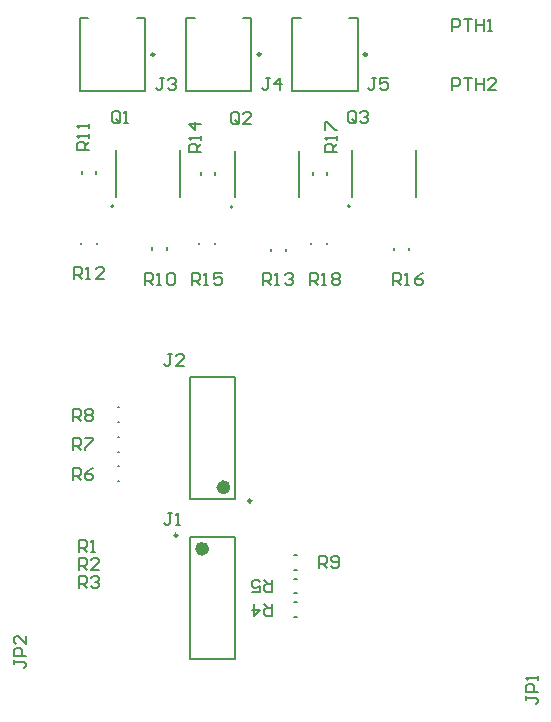
<source format=gto>
G04*
G04 #@! TF.GenerationSoftware,Altium Limited,Altium Designer,22.11.1 (43)*
G04*
G04 Layer_Color=65535*
%FSLAX44Y44*%
%MOMM*%
G71*
G04*
G04 #@! TF.SameCoordinates,6F39B8F3-CC53-4608-B2D3-CFCE14ACC53A*
G04*
G04*
G04 #@! TF.FilePolarity,Positive*
G04*
G01*
G75*
%ADD10C,0.2500*%
%ADD11C,0.6000*%
%ADD12C,0.2000*%
%ADD13C,0.1270*%
D10*
X242500Y187050D02*
G03*
X242500Y187050I-1250J0D01*
G01*
X160450Y565000D02*
G03*
X160450Y565000I-1250J0D01*
G01*
X250450D02*
G03*
X250450Y565000I-1250J0D01*
G01*
X340450D02*
G03*
X340450Y565000I-1250J0D01*
G01*
X180000Y157950D02*
G03*
X180000Y157950I-1250J0D01*
G01*
D11*
X222000Y198500D02*
G03*
X222000Y198500I-3000J0D01*
G01*
X204000Y146500D02*
G03*
X204000Y146500I-3000J0D01*
G01*
D12*
X326000Y436400D02*
G03*
X326000Y436400I-1000J0D01*
G01*
X226700Y435700D02*
G03*
X226700Y435700I-1000J0D01*
G01*
X126000Y436400D02*
G03*
X126000Y436400I-1000J0D01*
G01*
X229000Y188500D02*
Y291500D01*
X191000Y188500D02*
Y291500D01*
Y188500D02*
X229000D01*
X191000Y291500D02*
X229000D01*
X97300Y596000D02*
X104620D01*
X145380D02*
X152700D01*
X97300Y534000D02*
Y596000D01*
Y534000D02*
X152700D01*
Y596000D01*
X187300D02*
X194620D01*
X235380D02*
X242700D01*
X187300Y534000D02*
Y596000D01*
Y534000D02*
X242700D01*
Y596000D01*
X277300D02*
X284620D01*
X325380D02*
X332700D01*
X277300Y534000D02*
Y596000D01*
Y534000D02*
X332700D01*
Y596000D01*
X306450Y463300D02*
Y465300D01*
X294950Y463300D02*
Y465300D01*
X211450Y463300D02*
Y465300D01*
X199950Y463300D02*
Y465300D01*
X110750Y464000D02*
Y466000D01*
X99250Y464000D02*
Y466000D01*
X111500Y404500D02*
Y405500D01*
X98500Y404500D02*
Y405500D01*
X171250Y399750D02*
Y401750D01*
X158750Y399750D02*
Y401750D01*
X211500Y404500D02*
Y405500D01*
X198500Y404500D02*
Y405500D01*
X376250Y399000D02*
Y401000D01*
X363750Y399000D02*
Y401000D01*
X306500Y404500D02*
Y405500D01*
X293500Y404500D02*
Y405500D01*
X271950Y398300D02*
Y400300D01*
X259450Y398300D02*
Y400300D01*
X279000Y101250D02*
X281000D01*
X279000Y88750D02*
X281000D01*
X279000Y121250D02*
X281000D01*
X279000Y108750D02*
X281000D01*
X279000Y141250D02*
X281000D01*
X279000Y128750D02*
X281000D01*
X129500Y216500D02*
X130500D01*
X129500Y203500D02*
X130500D01*
X129500Y241500D02*
X130500D01*
X129500Y228500D02*
X130500D01*
X129500Y266500D02*
X130500D01*
X129500Y253500D02*
X130500D01*
X191000Y53500D02*
X229000D01*
X191000Y156500D02*
X229000D01*
Y53500D02*
Y156500D01*
X191000Y53500D02*
Y156500D01*
D13*
X382200Y444650D02*
Y484150D01*
X327800Y444650D02*
Y484150D01*
X282900Y443950D02*
Y483450D01*
X228500Y443950D02*
Y483450D01*
X182200Y444650D02*
Y484150D01*
X127800Y444650D02*
Y484150D01*
X175681Y311147D02*
X172296D01*
X173988D01*
Y302683D01*
X172296Y300990D01*
X170603D01*
X168910Y302683D01*
X185838Y300990D02*
X179067D01*
X185838Y307761D01*
Y309454D01*
X184145Y311147D01*
X180760D01*
X179067Y309454D01*
X168307Y545078D02*
X164922D01*
X166614D01*
Y536614D01*
X164922Y534922D01*
X163229D01*
X161536Y536614D01*
X171693Y543386D02*
X173386Y545078D01*
X176771D01*
X178464Y543386D01*
Y541693D01*
X176771Y540000D01*
X175078D01*
X176771D01*
X178464Y538307D01*
Y536614D01*
X176771Y534922D01*
X173386D01*
X171693Y536614D01*
X258307Y545078D02*
X254922D01*
X256614D01*
Y536614D01*
X254922Y534922D01*
X253229D01*
X251536Y536614D01*
X266771Y534922D02*
Y545078D01*
X261693Y540000D01*
X268464D01*
X348307Y545078D02*
X344922D01*
X346614D01*
Y536614D01*
X344922Y534922D01*
X343229D01*
X341536Y536614D01*
X358464Y545078D02*
X351693D01*
Y540000D01*
X355078Y541693D01*
X356771D01*
X358464Y540000D01*
Y536614D01*
X356771Y534922D01*
X353386D01*
X351693Y536614D01*
X315078Y482304D02*
X304922D01*
Y487383D01*
X306614Y489075D01*
X310000D01*
X311693Y487383D01*
Y482304D01*
Y485690D02*
X315078Y489075D01*
Y492461D02*
Y495846D01*
Y494154D01*
X304922D01*
X306614Y492461D01*
X304922Y500925D02*
Y507696D01*
X306614D01*
X313386Y500925D01*
X315078D01*
X200078Y482304D02*
X189922D01*
Y487383D01*
X191614Y489075D01*
X195000D01*
X196693Y487383D01*
Y482304D01*
Y485690D02*
X200078Y489075D01*
Y492461D02*
Y495846D01*
Y494154D01*
X189922D01*
X191614Y492461D01*
X200078Y506003D02*
X189922D01*
X195000Y500925D01*
Y507696D01*
X105078Y483997D02*
X94922D01*
Y489075D01*
X96614Y490768D01*
X100000D01*
X101693Y489075D01*
Y483997D01*
Y487383D02*
X105078Y490768D01*
Y494154D02*
Y497539D01*
Y495846D01*
X94922D01*
X96614Y494154D01*
X105078Y502618D02*
Y506003D01*
Y504310D01*
X94922D01*
X96614Y502618D01*
X92304Y374922D02*
Y385078D01*
X97382D01*
X99075Y383386D01*
Y380000D01*
X97382Y378307D01*
X92304D01*
X95690D02*
X99075Y374922D01*
X102461D02*
X105846D01*
X104154D01*
Y385078D01*
X102461Y383386D01*
X117696Y374922D02*
X110925D01*
X117696Y381693D01*
Y383386D01*
X116003Y385078D01*
X112618D01*
X110925Y383386D01*
X152304Y369922D02*
Y380078D01*
X157382D01*
X159075Y378386D01*
Y375000D01*
X157382Y373307D01*
X152304D01*
X155690D02*
X159075Y369922D01*
X162461D02*
X165846D01*
X164154D01*
Y380078D01*
X162461Y378386D01*
X170925D02*
X172618Y380078D01*
X176003D01*
X177696Y378386D01*
Y371614D01*
X176003Y369922D01*
X172618D01*
X170925Y371614D01*
Y378386D01*
X192304Y369922D02*
Y380078D01*
X197383D01*
X199075Y378386D01*
Y375000D01*
X197383Y373307D01*
X192304D01*
X195690D02*
X199075Y369922D01*
X202461D02*
X205846D01*
X204154D01*
Y380078D01*
X202461Y378386D01*
X217696Y380078D02*
X210925D01*
Y375000D01*
X214310Y376693D01*
X216003D01*
X217696Y375000D01*
Y371614D01*
X216003Y369922D01*
X212618D01*
X210925Y371614D01*
X362304Y369922D02*
Y380078D01*
X367383D01*
X369075Y378386D01*
Y375000D01*
X367383Y373307D01*
X362304D01*
X365690D02*
X369075Y369922D01*
X372461D02*
X375846D01*
X374154D01*
Y380078D01*
X372461Y378386D01*
X387696Y380078D02*
X384310Y378386D01*
X380925Y375000D01*
Y371614D01*
X382618Y369922D01*
X386003D01*
X387696Y371614D01*
Y373307D01*
X386003Y375000D01*
X380925D01*
X292304Y369922D02*
Y380078D01*
X297383D01*
X299075Y378386D01*
Y375000D01*
X297383Y373307D01*
X292304D01*
X295690D02*
X299075Y369922D01*
X302461D02*
X305846D01*
X304154D01*
Y380078D01*
X302461Y378386D01*
X310925D02*
X312618Y380078D01*
X316003D01*
X317696Y378386D01*
Y376693D01*
X316003Y375000D01*
X317696Y373307D01*
Y371614D01*
X316003Y369922D01*
X312618D01*
X310925Y371614D01*
Y373307D01*
X312618Y375000D01*
X310925Y376693D01*
Y378386D01*
X312618Y375000D02*
X316003D01*
X252304Y369922D02*
Y380078D01*
X257383D01*
X259075Y378386D01*
Y375000D01*
X257383Y373307D01*
X252304D01*
X255690D02*
X259075Y369922D01*
X262461D02*
X265846D01*
X264154D01*
Y380078D01*
X262461Y378386D01*
X270925D02*
X272618Y380078D01*
X276003D01*
X277696Y378386D01*
Y376693D01*
X276003Y375000D01*
X274310D01*
X276003D01*
X277696Y373307D01*
Y371614D01*
X276003Y369922D01*
X272618D01*
X270925Y371614D01*
X260094Y99744D02*
Y89587D01*
X255016D01*
X253323Y91280D01*
Y94666D01*
X255016Y96358D01*
X260094D01*
X256709D02*
X253323Y99744D01*
X244859D02*
Y89587D01*
X249937Y94666D01*
X243166D01*
X260094Y119678D02*
Y109521D01*
X255016D01*
X253323Y111214D01*
Y114600D01*
X255016Y116292D01*
X260094D01*
X256709D02*
X253323Y119678D01*
X243166Y109521D02*
X249937D01*
Y114600D01*
X246552Y112907D01*
X244859D01*
X243166Y114600D01*
Y117985D01*
X244859Y119678D01*
X248245D01*
X249937Y117985D01*
X299906Y130388D02*
Y140545D01*
X304984D01*
X306677Y138852D01*
Y135466D01*
X304984Y133774D01*
X299906D01*
X303291D02*
X306677Y130388D01*
X310063Y132081D02*
X311755Y130388D01*
X315141D01*
X316834Y132081D01*
Y138852D01*
X315141Y140545D01*
X311755D01*
X310063Y138852D01*
Y137159D01*
X311755Y135466D01*
X316834D01*
X96412Y143576D02*
Y153733D01*
X101490D01*
X103183Y152040D01*
Y148654D01*
X101490Y146962D01*
X96412D01*
X99798D02*
X103183Y143576D01*
X106569D02*
X109954D01*
X108261D01*
Y153733D01*
X106569Y152040D01*
X96412Y113604D02*
Y123761D01*
X101490D01*
X103183Y122068D01*
Y118682D01*
X101490Y116990D01*
X96412D01*
X99798D02*
X103183Y113604D01*
X106569Y122068D02*
X108261Y123761D01*
X111647D01*
X113340Y122068D01*
Y120375D01*
X111647Y118682D01*
X109954D01*
X111647D01*
X113340Y116990D01*
Y115297D01*
X111647Y113604D01*
X108261D01*
X106569Y115297D01*
X96412Y128590D02*
Y138747D01*
X101490D01*
X103183Y137054D01*
Y133668D01*
X101490Y131976D01*
X96412D01*
X99798D02*
X103183Y128590D01*
X113340D02*
X106569D01*
X113340Y135361D01*
Y137054D01*
X111647Y138747D01*
X108261D01*
X106569Y137054D01*
X91536Y204922D02*
Y215078D01*
X96614D01*
X98307Y213386D01*
Y210000D01*
X96614Y208307D01*
X91536D01*
X94922D02*
X98307Y204922D01*
X108464Y215078D02*
X105078Y213386D01*
X101693Y210000D01*
Y206614D01*
X103386Y204922D01*
X106771D01*
X108464Y206614D01*
Y208307D01*
X106771Y210000D01*
X101693D01*
X91536Y229922D02*
Y240078D01*
X96614D01*
X98307Y238386D01*
Y235000D01*
X96614Y233307D01*
X91536D01*
X94922D02*
X98307Y229922D01*
X101693Y240078D02*
X108464D01*
Y238386D01*
X101693Y231614D01*
Y229922D01*
X91536Y254922D02*
Y265078D01*
X96614D01*
X98307Y263386D01*
Y260000D01*
X96614Y258307D01*
X91536D01*
X94922D02*
X98307Y254922D01*
X101693Y263386D02*
X103386Y265078D01*
X106771D01*
X108464Y263386D01*
Y261693D01*
X106771Y260000D01*
X108464Y258307D01*
Y256614D01*
X106771Y254922D01*
X103386D01*
X101693Y256614D01*
Y258307D01*
X103386Y260000D01*
X101693Y261693D01*
Y263386D01*
X103386Y260000D02*
X106771D01*
X331129Y508677D02*
Y515448D01*
X329436Y517141D01*
X326051D01*
X324358Y515448D01*
Y508677D01*
X326051Y506984D01*
X329436D01*
X327744Y510370D02*
X331129Y506984D01*
X329436D02*
X331129Y508677D01*
X334515Y515448D02*
X336208Y517141D01*
X339593D01*
X341286Y515448D01*
Y513755D01*
X339593Y512062D01*
X337900D01*
X339593D01*
X341286Y510370D01*
Y508677D01*
X339593Y506984D01*
X336208D01*
X334515Y508677D01*
X231815Y507915D02*
Y514686D01*
X230122Y516379D01*
X226737D01*
X225044Y514686D01*
Y507915D01*
X226737Y506222D01*
X230122D01*
X228430Y509608D02*
X231815Y506222D01*
X230122D02*
X231815Y507915D01*
X241972Y506222D02*
X235201D01*
X241972Y512993D01*
Y514686D01*
X240279Y516379D01*
X236894D01*
X235201Y514686D01*
X130977Y508677D02*
Y515448D01*
X129284Y517141D01*
X125899D01*
X124206Y515448D01*
Y508677D01*
X125899Y506984D01*
X129284D01*
X127592Y510370D02*
X130977Y506984D01*
X129284D02*
X130977Y508677D01*
X134363Y506984D02*
X137748D01*
X136055D01*
Y517141D01*
X134363Y515448D01*
X412750Y534924D02*
Y545081D01*
X417828D01*
X419521Y543388D01*
Y540002D01*
X417828Y538310D01*
X412750D01*
X422907Y545081D02*
X429678D01*
X426292D01*
Y534924D01*
X433063Y545081D02*
Y534924D01*
Y540002D01*
X439835D01*
Y545081D01*
Y534924D01*
X449991D02*
X443220D01*
X449991Y541695D01*
Y543388D01*
X448298Y545081D01*
X444913D01*
X443220Y543388D01*
X412750Y584962D02*
Y595119D01*
X417828D01*
X419521Y593426D01*
Y590040D01*
X417828Y588348D01*
X412750D01*
X422907Y595119D02*
X429678D01*
X426292D01*
Y584962D01*
X433063Y595119D02*
Y584962D01*
Y590040D01*
X439835D01*
Y595119D01*
Y584962D01*
X443220D02*
X446606D01*
X444913D01*
Y595119D01*
X443220Y593426D01*
X175681Y177035D02*
X172296D01*
X173988D01*
Y168571D01*
X172296Y166878D01*
X170603D01*
X168910Y168571D01*
X179067Y166878D02*
X182452D01*
X180760D01*
Y177035D01*
X179067Y175342D01*
X41555Y52009D02*
Y48623D01*
Y50316D01*
X50019D01*
X51712Y48623D01*
Y46930D01*
X50019Y45237D01*
X51712Y55394D02*
X41555D01*
Y60472D01*
X43248Y62165D01*
X46634D01*
X48326Y60472D01*
Y55394D01*
X51712Y72322D02*
Y65551D01*
X44941Y72322D01*
X43248D01*
X41555Y70629D01*
Y67244D01*
X43248Y65551D01*
X474843Y21771D02*
Y18386D01*
Y20078D01*
X483307D01*
X485000Y18386D01*
Y16693D01*
X483307Y15000D01*
X485000Y25157D02*
X474843D01*
Y30235D01*
X476536Y31928D01*
X479922D01*
X481614Y30235D01*
Y25157D01*
X485000Y35313D02*
Y38699D01*
Y37006D01*
X474843D01*
X476536Y35313D01*
M02*

</source>
